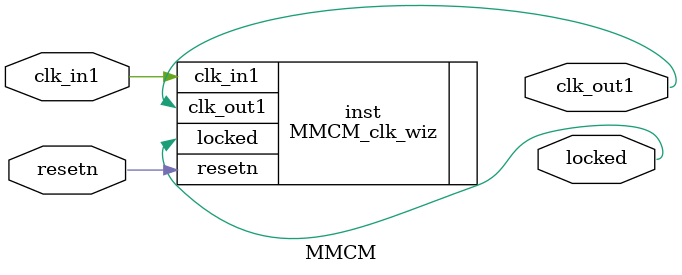
<source format=v>


`timescale 1ps/1ps

(* CORE_GENERATION_INFO = "MMCM,clk_wiz_v6_0_2_0_0,{component_name=MMCM,use_phase_alignment=true,use_min_o_jitter=false,use_max_i_jitter=false,use_dyn_phase_shift=false,use_inclk_switchover=false,use_dyn_reconfig=false,enable_axi=0,feedback_source=FDBK_AUTO,PRIMITIVE=MMCM,num_out_clk=1,clkin1_period=20.000,clkin2_period=10.0,use_power_down=false,use_reset=true,use_locked=true,use_inclk_stopped=false,feedback_type=SINGLE,CLOCK_MGR_TYPE=NA,manual_override=false}" *)

module MMCM 
 (
  // Clock out ports
  output        clk_out1,
  // Status and control signals
  input         resetn,
  output        locked,
 // Clock in ports
  input         clk_in1
 );

  MMCM_clk_wiz inst
  (
  // Clock out ports  
  .clk_out1(clk_out1),
  // Status and control signals               
  .resetn(resetn), 
  .locked(locked),
 // Clock in ports
  .clk_in1(clk_in1)
  );

endmodule

</source>
